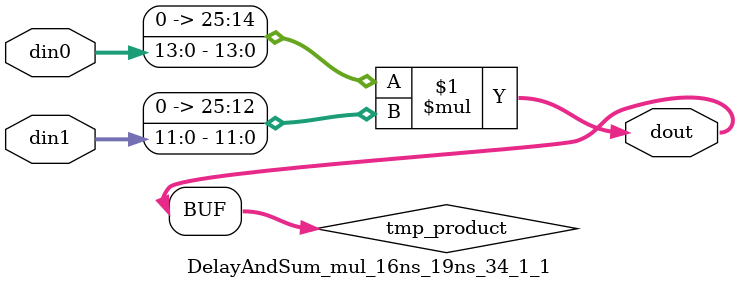
<source format=v>

`timescale 1 ns / 1 ps

 module DelayAndSum_mul_16ns_19ns_34_1_1(din0, din1, dout);
parameter ID = 1;
parameter NUM_STAGE = 0;
parameter din0_WIDTH = 14;
parameter din1_WIDTH = 12;
parameter dout_WIDTH = 26;

input [din0_WIDTH - 1 : 0] din0; 
input [din1_WIDTH - 1 : 0] din1; 
output [dout_WIDTH - 1 : 0] dout;

wire signed [dout_WIDTH - 1 : 0] tmp_product;
























assign tmp_product = $signed({1'b0, din0}) * $signed({1'b0, din1});











assign dout = tmp_product;





















endmodule

</source>
